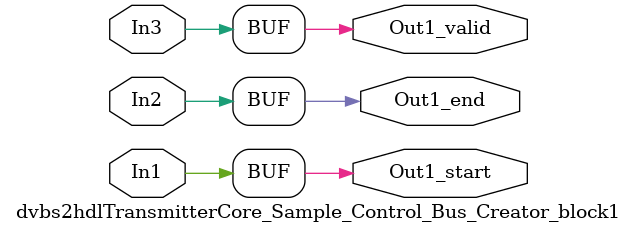
<source format=v>



`timescale 1 ns / 1 ns

module dvbs2hdlTransmitterCore_Sample_Control_Bus_Creator_block1
          (In1,
           In2,
           In3,
           Out1_start,
           Out1_end,
           Out1_valid);


  input   In1;
  input   In2;
  input   In3;
  output  Out1_start;
  output  Out1_end;
  output  Out1_valid;




  assign Out1_start = In1;

  assign Out1_end = In2;

  assign Out1_valid = In3;

endmodule  // dvbs2hdlTransmitterCore_Sample_Control_Bus_Creator_block1


</source>
